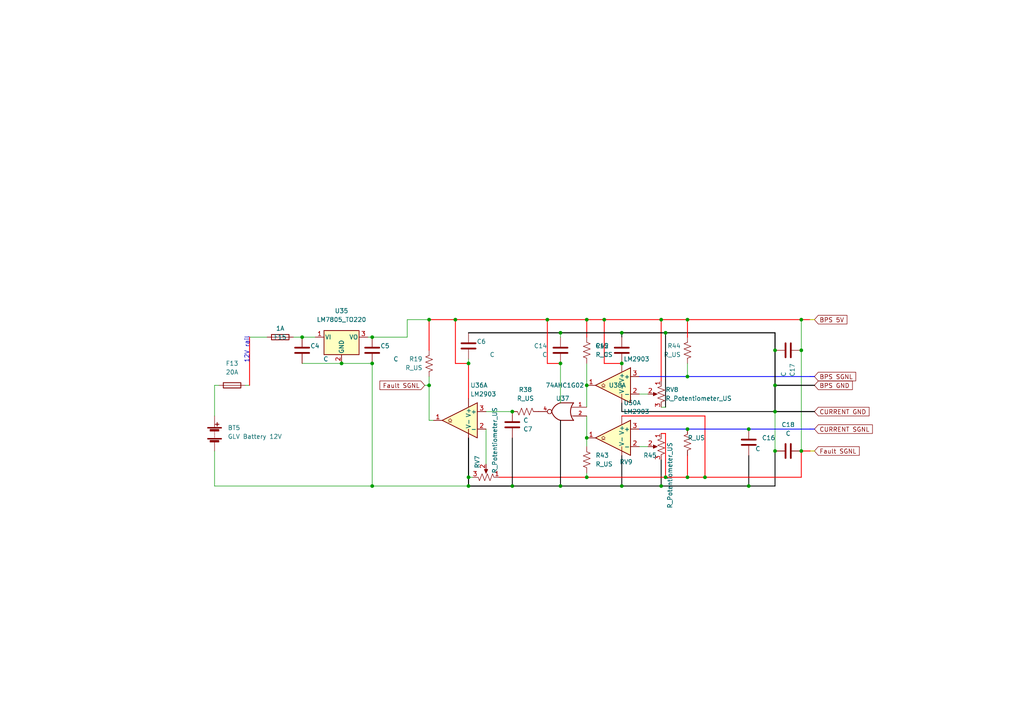
<source format=kicad_sch>
(kicad_sch (version 20211123) (generator eeschema)
  (paper "A4")
  (lib_symbols
    (symbol "74xGxx:74AHC1G02" (pin_names (offset 1.016))
      (property "Reference" "U" (at -2.54 3.81 0))
      (property "Value" "74AHC1G02" (at 0 -3.81 0))
      (symbol "74AHC1G02_0_1"
        (arc (start -3.81 -2.54) (mid -2.919 0) (end -3.81 2.54) (stroke (width 0.254)))
        (arc (start 0 -2.54) (mid 1.5993 -1.6027) (end 2.54 0) (stroke (width 0.254)))
        (polyline (pts (xy -3.81 -1.27) (xy -3.175 -1.27)))
        (polyline (pts (xy -3.81 1.27) (xy -3.175 1.27)))
        (polyline (pts (xy 0 -2.54) (xy -3.81 -2.54)) (stroke (width 0.254)) (fill (type background)))
        (polyline (pts (xy 0 2.54) (xy -3.81 2.54)) (stroke (width 0.254)) (fill (type background)))
        (arc (start 2.54 0) (mid 1.6119 1.6152) (end 0 2.54) (stroke (width 0.254)))
      )
      (symbol "74AHC1G02_1_1"
        (pin input line (at -7.62 1.27 0) (length 3.81) (name "~") (number "1"))
        (pin input line (at -7.62 -1.27 0) (length 3.81) (name "~") (number "2"))
        (pin power_in line (at 0 -2.54 270) (length 0) hide (name "GND") (number "3"))
        (pin output inverted (at 6.35 0 180) (length 3.81) (name "~") (number "4"))
        (pin power_in line (at 0 2.54 90) (length 0) hide (name "VCC") (number "5"))
      )
    )
    (symbol "Device:Battery" (pin_numbers hide) (pin_names (offset 0) hide)
      (property "Reference" "BT" (at 2.54 2.54 0))
      (property "Value" "Battery" (at 2.54 0 0))
      (symbol "Battery_0_1"
        (rectangle (start -2.032 -1.397) (end 2.032 -1.651) (fill (type outline)))
        (rectangle (start -2.032 1.778) (end 2.032 1.524) (fill (type outline)))
        (rectangle (start -1.3208 -1.9812) (end 1.27 -2.4892) (fill (type outline)))
        (rectangle (start -1.3208 1.1938) (end 1.27 0.6858) (fill (type outline)))
        (polyline (pts (xy 0 -1.524) (xy 0 -1.27)))
        (polyline (pts (xy 0 -1.016) (xy 0 -0.762)))
        (polyline (pts (xy 0 -0.508) (xy 0 -0.254)))
        (polyline (pts (xy 0 0) (xy 0 0.254)))
        (polyline (pts (xy 0 0.508) (xy 0 0.762)))
        (polyline (pts (xy 0 1.778) (xy 0 2.54)))
        (polyline (pts (xy 0.254 2.667) (xy 1.27 2.667)) (stroke (width 0.254)))
        (polyline (pts (xy 0.762 3.175) (xy 0.762 2.159)) (stroke (width 0.254)))
      )
      (symbol "Battery_1_1"
        (pin passive line (at 0 5.08 270) (length 2.54) (name "+") (number "1"))
        (pin passive line (at 0 -5.08 90) (length 2.54) (name "-") (number "2"))
      )
    )
    (symbol "Device:C" (pin_numbers hide) (pin_names (offset 0.254))
      (property "Reference" "C" (at 0.635 2.54 0))
      (property "Value" "C" (at 0.635 -2.54 0))
      (symbol "C_0_1"
        (polyline (pts (xy -2.032 -0.762) (xy 2.032 -0.762)) (stroke (width 0.508)))
        (polyline (pts (xy -2.032 0.762) (xy 2.032 0.762)) (stroke (width 0.508)))
      )
      (symbol "C_1_1"
        (pin passive line (at 0 3.81 270) (length 2.794) (name "~") (number "1"))
        (pin passive line (at 0 -3.81 90) (length 2.794) (name "~") (number "2"))
      )
    )
    (symbol "Device:Fuse" (pin_numbers hide) (pin_names (offset 0))
      (property "Reference" "F" (at 2.032 0 90))
      (property "Value" "Fuse" (at -1.905 0 90))
      (symbol "Fuse_0_1"
        (rectangle (start -0.762 -2.54) (end 0.762 2.54) (stroke (width 0.254)))
        (polyline (pts (xy 0 2.54) (xy 0 -2.54)))
      )
      (symbol "Fuse_1_1"
        (pin passive line (at 0 3.81 270) (length 1.27) (name "~") (number "1"))
        (pin passive line (at 0 -3.81 90) (length 1.27) (name "~") (number "2"))
      )
    )
    (symbol "Device:R_Potentiometer_US" (pin_names (offset 1.016) hide)
      (property "Reference" "RV" (at -4.445 0 90))
      (property "Value" "R_Potentiometer_US" (at -2.54 0 90))
      (symbol "R_Potentiometer_US_0_1"
        (polyline (pts (xy 0 -2.286) (xy 0 -2.54)))
        (polyline (pts (xy 0 2.54) (xy 0 2.286)))
        (polyline (pts (xy 2.54 0) (xy 1.524 0)))
        (polyline (pts (xy 1.143 0) (xy 2.286 0.508) (xy 2.286 -0.508) (xy 1.143 0)) (fill (type outline)))
        (polyline (pts (xy 0 -0.762) (xy 1.016 -1.143) (xy 0 -1.524) (xy -1.016 -1.905) (xy 0 -2.286)))
        (polyline (pts (xy 0 0.762) (xy 1.016 0.381) (xy 0 0) (xy -1.016 -0.381) (xy 0 -0.762)))
        (polyline (pts (xy 0 2.286) (xy 1.016 1.905) (xy 0 1.524) (xy -1.016 1.143) (xy 0 0.762)))
      )
      (symbol "R_Potentiometer_US_1_1"
        (pin passive line (at 0 3.81 270) (length 1.27) (name "1") (number "1"))
        (pin passive line (at 3.81 0 180) (length 1.27) (name "2") (number "2"))
        (pin passive line (at 0 -3.81 90) (length 1.27) (name "3") (number "3"))
      )
    )
    (symbol "Device:R_US" (pin_numbers hide) (pin_names (offset 0))
      (property "Reference" "R" (at 2.54 0 90))
      (property "Value" "R_US" (at -2.54 0 90))
      (symbol "R_US_0_1"
        (polyline (pts (xy 0 -2.286) (xy 0 -2.54)))
        (polyline (pts (xy 0 2.286) (xy 0 2.54)))
        (polyline (pts (xy 0 -0.762) (xy 1.016 -1.143) (xy 0 -1.524) (xy -1.016 -1.905) (xy 0 -2.286)))
        (polyline (pts (xy 0 0.762) (xy 1.016 0.381) (xy 0 0) (xy -1.016 -0.381) (xy 0 -0.762)))
        (polyline (pts (xy 0 2.286) (xy 1.016 1.905) (xy 0 1.524) (xy -1.016 1.143) (xy 0 0.762)))
      )
      (symbol "R_US_1_1"
        (pin passive line (at 0 3.81 270) (length 1.27) (name "~") (number "1"))
        (pin passive line (at 0 -3.81 90) (length 1.27) (name "~") (number "2"))
      )
    )
    (symbol "FSAE DMS-23 Components:LM2903" (pin_names (offset 0.127))
      (property "Reference" "U" (at 3.81 3.81 0))
      (property "Value" "LM2903" (at 6.35 -3.81 0))
      (symbol "LM2903_0_0"
        (text "" (at -2.54 -5.08 0) (effects (font (size 1.27 1.27))))
      )
      (symbol "LM2903_1_1"
        (polyline (pts (xy -5.08 5.08) (xy 5.08 0) (xy -5.08 -5.08) (xy -5.08 5.08)) (stroke (width 0.254)) (fill (type background)))
        (polyline (pts (xy 3.302 -0.508) (xy 2.794 -0.508) (xy 3.302 0) (xy 2.794 0.508) (xy 2.286 0) (xy 2.794 -0.508) (xy 2.286 -0.508)) (stroke (width 0.127)))
        (pin input line (at -2.54 6.35 270) (length 2.54) (name "V+") (number ""))
        (pin input line (at -2.54 -5.08 90) (length 2.54) (name "V-") (number ""))
        (pin open_collector line (at 7.62 0 180) (length 2.54) (name "~") (number "1"))
        (pin input line (at -7.62 -2.54 0) (length 2.54) (name "-") (number "2"))
        (pin input line (at -7.62 2.54 0) (length 2.54) (name "+") (number "3"))
      )
      (symbol "LM2903_2_1"
        (polyline (pts (xy -5.08 5.08) (xy 5.08 0) (xy -5.08 -5.08) (xy -5.08 5.08)) (stroke (width 0.254)) (fill (type background)))
        (polyline (pts (xy 3.302 -0.508) (xy 2.794 -0.508) (xy 3.302 0) (xy 2.794 0.508) (xy 2.286 0) (xy 2.794 -0.508) (xy 2.286 -0.508)) (stroke (width 0.127)))
        (pin input line (at -7.62 2.54 0) (length 2.54) (name "+") (number "5"))
        (pin input line (at -7.62 -2.54 0) (length 2.54) (name "-") (number "6"))
        (pin open_collector line (at 7.62 0 180) (length 2.54) (name "~") (number "7"))
      )
      (symbol "LM2903_3_1"
        (pin power_in line (at -2.54 -7.62 90) (length 3.81) (name "V-") (number "4"))
        (pin power_in line (at -2.54 7.62 270) (length 3.81) (name "V+") (number "8"))
      )
    )
    (symbol "Regulator_Linear:LM7805_TO220" (pin_names (offset 0.254))
      (property "Reference" "U" (at -3.81 3.175 0))
      (property "Value" "LM7805_TO220" (at 0 3.175 0))
      (symbol "LM7805_TO220_0_1"
        (rectangle (start -5.08 1.905) (end 5.08 -5.08) (stroke (width 0.254)) (fill (type background)))
      )
      (symbol "LM7805_TO220_1_1"
        (pin power_in line (at -7.62 0 0) (length 2.54) (name "VI") (number "1"))
        (pin power_in line (at 0 -7.62 90) (length 2.54) (name "GND") (number "2"))
        (pin power_out line (at 7.62 0 180) (length 2.54) (name "VO") (number "3"))
      )
    )
  )
  (junction (at 107.95 105.41))
  (junction (at 199.39 124.46))
  (junction (at 124.46 92.71))
  (junction (at 180.34 96.52))
  (junction (at 199.39 92.71))
  (junction (at 170.18 111.76))
  (junction (at 191.77 92.71))
  (junction (at 180.34 140.97))
  (junction (at 158.75 92.71))
  (junction (at 224.79 119.38))
  (junction (at 199.39 138.43))
  (junction (at 99.06 105.41))
  (junction (at 193.04 96.52))
  (junction (at 148.59 140.97))
  (junction (at 107.95 97.79))
  (junction (at 199.39 109.22))
  (junction (at 217.17 140.97))
  (junction (at 135.89 138.43))
  (junction (at 135.89 140.97))
  (junction (at 232.41 92.71))
  (junction (at 148.59 119.38))
  (junction (at 191.77 140.97))
  (junction (at 224.79 111.76))
  (junction (at 135.89 105.41))
  (junction (at 107.95 140.97))
  (junction (at 162.56 140.97))
  (junction (at 170.18 138.43))
  (junction (at 232.41 101.6))
  (junction (at 170.18 127))
  (junction (at 132.08 92.71))
  (junction (at 124.46 111.76))
  (junction (at 232.41 130.81))
  (junction (at 175.26 92.71))
  (junction (at 193.04 138.43))
  (junction (at 217.17 124.46))
  (junction (at 162.56 96.52))
  (junction (at 170.18 92.71))
  (junction (at 87.63 97.79))
  (junction (at 162.56 105.41))
  (junction (at 224.79 130.81))
  (junction (at 224.79 101.6))
  (junction (at 204.47 138.43))
  (junction (at 180.34 105.41))
  (wire (pts (xy 234.95 109.22) (xy 236.22 109.22)) (stroke (width 0.25) (color 0 0 255 1)))
  (wire (pts (xy 162.56 105.41) (xy 162.56 116.84)))
  (wire (pts (xy 234.95 92.71) (xy 236.22 92.71)) (stroke (width 0.25) (color 194 194 0 1)))
  (wire (pts (xy 158.75 92.71) (xy 170.18 92.71)) (stroke (width 0.25) (color 255 0 0 1)))
  (wire (pts (xy 162.56 121.92) (xy 162.56 140.97)) (stroke (width 0.25) (color 0 0 0 1)))
  (wire (pts (xy 224.79 96.52) (xy 224.79 101.6)) (stroke (width 0.3) (color 0 0 0 1)))
  (wire (pts (xy 191.77 92.71) (xy 199.39 92.71)) (stroke (width 0.25) (color 255 0 0 1)))
  (wire (pts (xy 72.39 97.79) (xy 72.39 111.76)) (stroke (width 0.25) (color 255 0 0 1)))
  (wire (pts (xy 135.89 138.43) (xy 135.89 140.97)) (stroke (width 0.3) (color 0 0 0 1)))
  (wire (pts (xy 124.46 92.71) (xy 132.08 92.71)) (stroke (width 0.25) (color 255 0 0 1)))
  (wire (pts (xy 135.89 105.41) (xy 135.89 115.57)) (stroke (width 0.25) (color 255 0 0 1)))
  (wire (pts (xy 87.63 105.41) (xy 99.06 105.41)))
  (wire (pts (xy 234.95 130.81) (xy 232.41 130.81)) (stroke (width 0.25) (color 255 0 0 1)))
  (wire (pts (xy 124.46 109.22) (xy 124.46 111.76)))
  (wire (pts (xy 135.89 105.41) (xy 135.89 104.14)))
  (wire (pts (xy 107.95 140.97) (xy 135.89 140.97)))
  (wire (pts (xy 148.59 140.97) (xy 162.56 140.97)) (stroke (width 0.25) (color 0 0 0 1)))
  (wire (pts (xy 180.34 105.41) (xy 175.26 105.41)) (stroke (width 0.25) (color 255 0 0 1)))
  (wire (pts (xy 135.89 138.43) (xy 137.16 138.43)))
  (wire (pts (xy 162.56 140.97) (xy 180.34 140.97)) (stroke (width 0.25) (color 0 0 0 1)))
  (wire (pts (xy 224.79 101.6) (xy 224.79 111.76)) (stroke (width 0.3) (color 0 0 0 1)))
  (wire (pts (xy 107.95 140.97) (xy 62.23 140.97)))
  (wire (pts (xy 170.18 137.16) (xy 170.18 138.43)))
  (wire (pts (xy 193.04 125.73) (xy 193.04 138.43)) (stroke (width 0.25) (color 255 0 0 1)))
  (wire (pts (xy 170.18 92.71) (xy 175.26 92.71)) (stroke (width 0.25) (color 255 0 0 1)))
  (wire (pts (xy 180.34 96.52) (xy 162.56 96.52)) (stroke (width 0.3) (color 0 0 0 1)))
  (wire (pts (xy 199.39 124.46) (xy 217.17 124.46)) (stroke (width 0.24) (color 0 0 255 1)))
  (wire (pts (xy 191.77 125.73) (xy 193.04 125.73)) (stroke (width 0.25) (color 255 0 0 1)))
  (wire (pts (xy 224.79 111.76) (xy 224.79 119.38)) (stroke (width 0.3) (color 0 0 0 1)))
  (wire (pts (xy 236.22 111.76) (xy 224.79 111.76)) (stroke (width 0.3) (color 0 0 0 1)))
  (wire (pts (xy 170.18 138.43) (xy 193.04 138.43)) (stroke (width 0.25) (color 255 0 0 1)))
  (wire (pts (xy 185.42 124.46) (xy 199.39 124.46)) (stroke (width 0.24) (color 0 0 255 1)))
  (wire (pts (xy 180.34 119.38) (xy 224.79 119.38)) (stroke (width 0.25) (color 0 0 0 1)))
  (wire (pts (xy 224.79 96.52) (xy 193.04 96.52)) (stroke (width 0.3) (color 0 0 0 1)))
  (wire (pts (xy 170.18 105.41) (xy 170.18 111.76)))
  (wire (pts (xy 175.26 105.41) (xy 175.26 92.71)) (stroke (width 0.25) (color 255 0 0 1)))
  (wire (pts (xy 180.34 132.08) (xy 180.34 140.97)) (stroke (width 0.25) (color 0 0 0 1)))
  (wire (pts (xy 199.39 132.08) (xy 199.39 138.43)) (stroke (width 0.25) (color 255 0 0 1)))
  (wire (pts (xy 170.18 111.76) (xy 170.18 118.11)))
  (wire (pts (xy 191.77 133.35) (xy 191.77 140.97)) (stroke (width 0.25) (color 0 0 0 1)))
  (wire (pts (xy 193.04 96.52) (xy 180.34 96.52)) (stroke (width 0.3) (color 0 0 0 1)))
  (wire (pts (xy 180.34 120.65) (xy 204.47 120.65)) (stroke (width 0.25) (color 255 0 0 1)))
  (wire (pts (xy 135.89 140.97) (xy 148.59 140.97)) (stroke (width 0.3) (color 0 0 0 1)))
  (wire (pts (xy 204.47 138.43) (xy 232.41 138.43)) (stroke (width 0.25) (color 255 0 0 1)))
  (wire (pts (xy 123.19 111.76) (xy 124.46 111.76)))
  (wire (pts (xy 118.11 92.71) (xy 124.46 92.71)))
  (wire (pts (xy 191.77 92.71) (xy 191.77 110.49)) (stroke (width 0.25) (color 255 0 0 1)))
  (wire (pts (xy 232.41 92.71) (xy 232.41 101.6)))
  (wire (pts (xy 193.04 138.43) (xy 199.39 138.43)) (stroke (width 0.25) (color 255 0 0 1)))
  (wire (pts (xy 234.95 124.46) (xy 236.22 124.46)) (stroke (width 0.25) (color 0 0 255 1)))
  (wire (pts (xy 71.12 111.76) (xy 72.39 111.76)))
  (wire (pts (xy 87.63 97.79) (xy 85.09 97.79)))
  (wire (pts (xy 107.95 105.41) (xy 107.95 140.97)))
  (wire (pts (xy 118.11 97.79) (xy 118.11 92.71)))
  (wire (pts (xy 106.68 97.79) (xy 107.95 97.79)))
  (wire (pts (xy 204.47 120.65) (xy 204.47 138.43)) (stroke (width 0.25) (color 255 0 0 1)))
  (wire (pts (xy 234.95 124.46) (xy 217.17 124.46)) (stroke (width 0.24) (color 0 0 255 1)))
  (wire (pts (xy 191.77 140.97) (xy 217.17 140.97)) (stroke (width 0.25) (color 0 0 0 1)))
  (wire (pts (xy 185.42 114.3) (xy 187.96 114.3)))
  (wire (pts (xy 217.17 132.08) (xy 217.17 140.97)) (stroke (width 0.25) (color 0 0 0 1)))
  (wire (pts (xy 236.22 119.38) (xy 224.79 119.38)) (stroke (width 0.3) (color 0 0 0 1)))
  (wire (pts (xy 232.41 130.81) (xy 232.41 138.43)) (stroke (width 0.25) (color 255 0 0 1)))
  (wire (pts (xy 180.34 140.97) (xy 191.77 140.97)) (stroke (width 0.25) (color 0 0 0 1)))
  (wire (pts (xy 180.34 96.52) (xy 180.34 97.79)) (stroke (width 0.25) (color 0 0 0 1)))
  (wire (pts (xy 132.08 105.41) (xy 132.08 92.71)) (stroke (width 0.25) (color 255 0 0 1)))
  (wire (pts (xy 185.42 109.22) (xy 199.39 109.22)) (stroke (width 0.24) (color 0 0 255 1)))
  (wire (pts (xy 199.39 109.22) (xy 234.95 109.22)) (stroke (width 0.24) (color 0 0 255 1)))
  (wire (pts (xy 148.59 127) (xy 148.59 140.97)) (stroke (width 0.25) (color 0 0 0 1)))
  (wire (pts (xy 87.63 97.79) (xy 91.44 97.79)))
  (wire (pts (xy 217.17 140.97) (xy 224.79 140.97)) (stroke (width 0.25) (color 0 0 0 1)))
  (wire (pts (xy 199.39 138.43) (xy 204.47 138.43)) (stroke (width 0.25) (color 255 0 0 1)))
  (wire (pts (xy 199.39 92.71) (xy 232.41 92.71)) (stroke (width 0.25) (color 255 0 0 1)))
  (wire (pts (xy 224.79 119.38) (xy 224.79 130.81)))
  (wire (pts (xy 158.75 105.41) (xy 158.75 92.71)) (stroke (width 0.25) (color 255 0 0 1)))
  (wire (pts (xy 124.46 121.92) (xy 125.73 121.92)))
  (wire (pts (xy 199.39 105.41) (xy 199.39 109.22)))
  (wire (pts (xy 124.46 111.76) (xy 124.46 121.92)))
  (wire (pts (xy 132.08 92.71) (xy 158.75 92.71)) (stroke (width 0.25) (color 255 0 0 1)))
  (wire (pts (xy 191.77 118.11) (xy 193.04 118.11)))
  (wire (pts (xy 140.97 119.38) (xy 148.59 119.38)))
  (wire (pts (xy 175.26 92.71) (xy 191.77 92.71)) (stroke (width 0.25) (color 255 0 0 1)))
  (wire (pts (xy 232.41 101.6) (xy 232.41 130.81)))
  (wire (pts (xy 170.18 127) (xy 170.18 129.54)))
  (wire (pts (xy 62.23 120.65) (xy 62.23 111.76)))
  (wire (pts (xy 77.47 97.79) (xy 72.39 97.79)))
  (wire (pts (xy 170.18 138.43) (xy 144.78 138.43)) (stroke (width 0.25) (color 255 0 0 1)))
  (wire (pts (xy 185.42 129.54) (xy 187.96 129.54)))
  (wire (pts (xy 232.41 92.71) (xy 234.95 92.71)) (stroke (width 0.25) (color 255 0 0 1)))
  (wire (pts (xy 62.23 111.76) (xy 63.5 111.76)))
  (wire (pts (xy 99.06 105.41) (xy 107.95 105.41)))
  (wire (pts (xy 170.18 120.65) (xy 170.18 127)))
  (wire (pts (xy 162.56 96.52) (xy 135.89 96.52)) (stroke (width 0.3) (color 0 0 0 1)))
  (wire (pts (xy 124.46 101.6) (xy 124.46 92.71)) (stroke (width 0.25) (color 255 0 0 1)))
  (wire (pts (xy 224.79 130.81) (xy 224.79 140.97)) (stroke (width 0.25) (color 0 0 0 1)))
  (wire (pts (xy 140.97 124.46) (xy 140.97 134.62)))
  (wire (pts (xy 162.56 105.41) (xy 158.75 105.41)) (stroke (width 0.25) (color 255 0 0 1)))
  (wire (pts (xy 234.95 130.81) (xy 236.22 130.81)) (stroke (width 0.25) (color 194 194 0 1)))
  (wire (pts (xy 199.39 92.71) (xy 199.39 97.79)) (stroke (width 0.25) (color 255 0 0 1)))
  (wire (pts (xy 180.34 116.84) (xy 180.34 119.38)) (stroke (width 0.25) (color 0 0 0 1)))
  (wire (pts (xy 62.23 140.97) (xy 62.23 130.81)))
  (wire (pts (xy 170.18 92.71) (xy 170.18 97.79)) (stroke (width 0.25) (color 255 0 0 1)))
  (wire (pts (xy 135.89 105.41) (xy 132.08 105.41)) (stroke (width 0.25) (color 255 0 0 1)))
  (wire (pts (xy 135.89 127) (xy 135.89 138.43)) (stroke (width 0.3) (color 0 0 0 1)))
  (wire (pts (xy 162.56 96.52) (xy 162.56 97.79)))
  (wire (pts (xy 193.04 118.11) (xy 193.04 96.52)) (stroke (width 0.25) (color 0 0 0 1)))
  (wire (pts (xy 107.95 97.79) (xy 118.11 97.79)))
  (text "12V rail" (at 72.39 105.41 90) (effects (font (size 1.27 1.27)) (justify left bottom)))
  (global_label "BPS SGNL" (shape input) (at 236.22 109.22 0) (property "Intersheet References" "${INTERSHEET_REFS}" (effects hide)))
  (global_label "CURRENT GND" (shape input) (at 236.22 119.38 0) (property "Intersheet References" "${INTERSHEET_REFS}" (effects hide)))
  (global_label "BPS 5V" (shape input) (at 236.22 92.71 0) (property "Intersheet References" "${INTERSHEET_REFS}" (effects hide)))
  (global_label "BPS GND" (shape input) (at 236.22 111.76 0) (property "Intersheet References" "${INTERSHEET_REFS}" (effects hide)))
  (global_label "Fault SGNL" (shape input) (at 123.19 111.76 180) (property "Intersheet References" "${INTERSHEET_REFS}" (effects hide)))
  (global_label "CURRENT SGNL" (shape input) (at 236.22 124.46 0) (property "Intersheet References" "${INTERSHEET_REFS}" (effects hide)))
  (global_label "Fault SGNL" (shape input) (at 236.22 130.81 0) (property "Intersheet References" "${INTERSHEET_REFS}" (effects hide)))
  (symbol (lib_id "Device:R_Potentiometer_US") (at 140.97 138.43 270) (mirror x) (unit 1)
    (property "Reference" "RV7" (at 138.43 132.08 0) (effects (justify right)))
    (property "Value" "R_Potentiometer_US" (at 143.51 118.11 0) (effects (justify right)))
    (property "Footprint" "New_BSPD:3296W-1-332LF (3.3k ohm potentiometer)" (effects hide))
  )
  (symbol (lib_id "Device:R_Potentiometer_US") (at 191.77 129.54 0) (mirror y) (unit 1)
    (property "Reference" "RV9" (at 179.705 133.985 0) (effects (justify right)))
    (property "Value" "R_Potentiometer_US" (at 194.31 128.27 90) (effects (justify right)))
    (property "Footprint" "New_BSPD:3296W-1-332LF (3.3k ohm potentiometer)" (effects hide))
  )
  (symbol (lib_id "Device:C") (at 217.17 128.27 0) (unit 1)
    (property "Reference" "C16" (at 220.98 126.9999 0) (effects (justify left)))
    (property "Value" "C" (at 219.075 130.175 0) (effects (justify left)))
    (property "Footprint" "Capacitor_THT:C_Rect_L7.0mm_W3.5mm_P5.00mm" (effects hide))
  )
  (symbol (lib_id "Device:C") (at 228.6 130.81 270) (mirror x) (unit 1)
    (property "Reference" "C18" (at 228.6 123.19 90))
    (property "Value" "C" (at 228.6 125.73 90))
    (property "Footprint" "Capacitor_THT:C_Rect_L7.0mm_W3.5mm_P5.00mm" (effects hide))
  )
  (symbol (lib_id "FSAE DMS-23 Components:LM2903") (at 177.8 127 0) (mirror y) (unit 1)
    (property "Reference" "U50" (at 180.8606 116.84 0) (effects (justify right)))
    (property "Value" "LM2903" (at 180.8606 119.38 0) (effects (justify right)))
    (property "Datasheet" "http://www.ti.com/lit/ds/symlink/lm393.pdf" (effects hide))
  )
  (symbol (lib_id "Device:R_US") (at 199.39 101.6 0) (mirror y) (unit 1)
    (property "Reference" "R44" (at 197.485 100.3299 0) (effects (justify left)))
    (property "Value" "R_US" (at 197.485 102.8699 0) (effects (justify left)))
    (property "Footprint" "Resistor_THT:R_Axial_DIN0204_L3.6mm_D1.6mm_P5.08mm_Horizontal" (effects hide))
  )
  (symbol (lib_id "Regulator_Linear:LM7805_TO220") (at 99.06 97.79 0) (unit 1)
    (property "Reference" "U35" (at 99.06 90.17 0))
    (property "Value" "LM7805_TO220" (at 99.06 92.71 0))
    (property "Footprint" "Package_TO_SOT_THT:TO-220-3_Vertical" (effects hide))
    (property "Datasheet" "https://www.onsemi.cn/PowerSolutions/document/MC7800-D.PDF" (effects hide))
  )
  (symbol (lib_id "Device:Fuse") (at 67.31 111.76 270) (unit 1)
    (property "Reference" "F13" (at 67.31 105.41 90))
    (property "Value" "20A" (at 67.31 107.95 90))
    (property "Footprint" "FSAE_downloads:Fuse holder 17867640001" (effects hide))
  )
  (symbol (lib_id "Device:C") (at 107.95 101.6 0) (mirror y) (unit 1)
    (property "Reference" "C5" (at 113.03 100.33 0) (effects (justify left)))
    (property "Value" "C" (at 115.57 104.14 0) (effects (justify left)))
    (property "Footprint" "Capacitor_THT:C_Rect_L7.0mm_W3.5mm_P5.00mm" (effects hide))
  )
  (symbol (lib_id "Device:R_US") (at 199.39 128.27 0) (mirror y) (unit 1)
    (property "Reference" "R45" (at 190.5 132.08 0) (effects (justify left)))
    (property "Value" "R_US" (at 204.47 127 0) (effects (justify left)))
    (property "Footprint" "Resistor_THT:R_Axial_DIN0204_L3.6mm_D1.6mm_P5.08mm_Horizontal" (effects hide))
  )
  (symbol (lib_id "Device:R_US") (at 170.18 101.6 0) (unit 1)
    (property "Reference" "R42" (at 172.72 100.3299 0) (effects (justify left)))
    (property "Value" "R_US" (at 172.72 102.8699 0) (effects (justify left)))
    (property "Footprint" "Resistor_THT:R_Axial_DIN0204_L3.6mm_D1.6mm_P5.08mm_Horizontal" (effects hide))
  )
  (symbol (lib_id "FSAE DMS-23 Components:LM2903") (at 133.35 121.92 0) (mirror y) (unit 1)
    (property "Reference" "U36" (at 136.4106 111.76 0) (effects (justify right)))
    (property "Value" "LM2903" (at 136.4106 114.3 0) (effects (justify right)))
    (property "Datasheet" "http://www.ti.com/lit/ds/symlink/lm393.pdf" (effects hide))
  )
  (symbol (lib_id "Device:C") (at 180.34 101.6 0) (mirror y) (unit 1)
    (property "Reference" "C15" (at 176.53 100.3299 0) (effects (justify left)))
    (property "Value" "C" (at 176.53 102.8699 0) (effects (justify left)))
    (property "Footprint" "Capacitor_THT:C_Rect_L7.0mm_W3.5mm_P5.00mm" (effects hide))
  )
  (symbol (lib_id "Device:C") (at 87.63 101.6 0) (mirror y) (unit 1)
    (property "Reference" "C4" (at 92.71 100.33 0) (effects (justify left)))
    (property "Value" "C" (at 95.25 104.14 0) (effects (justify left)))
    (property "Footprint" "Capacitor_THT:C_Rect_L7.0mm_W3.5mm_P5.00mm" (effects hide))
  )
  (symbol (lib_id "Device:R_US") (at 170.18 133.35 0) (unit 1)
    (property "Reference" "R43" (at 172.72 132.0799 0) (effects (justify left)))
    (property "Value" "R_US" (at 172.72 134.6199 0) (effects (justify left)))
    (property "Footprint" "Resistor_THT:R_Axial_DIN0204_L3.6mm_D1.6mm_P5.08mm_Horizontal" (effects hide))
  )
  (symbol (lib_id "Device:R_US") (at 124.46 105.41 0) (mirror y) (unit 1)
    (property "Reference" "R19" (at 122.555 104.1399 0) (effects (justify left)))
    (property "Value" "R_US" (at 122.555 106.6799 0) (effects (justify left)))
    (property "Footprint" "Resistor_THT:R_Axial_DIN0204_L3.6mm_D1.6mm_P5.08mm_Horizontal" (effects hide))
  )
  (symbol (lib_id "Device:C") (at 148.59 123.19 0) (mirror x) (unit 1)
    (property "Reference" "C7" (at 151.765 124.4601 0) (effects (justify left)))
    (property "Value" "C" (at 151.765 121.9201 0) (effects (justify left)))
    (property "Footprint" "Capacitor_THT:C_Rect_L7.5mm_W6.5mm_P5.00mm" (effects hide))
  )
  (symbol (lib_id "Device:Battery") (at 62.23 125.73 0) (unit 1)
    (property "Reference" "BT5" (at 66.04 124.0789 0) (effects (justify left)))
    (property "Value" "GLV Battery 12V" (at 66.04 126.6189 0) (effects (justify left)))
  )
  (symbol (lib_id "Device:C") (at 162.56 101.6 0) (mirror y) (unit 1)
    (property "Reference" "C14" (at 158.75 100.3299 0) (effects (justify left)))
    (property "Value" "C" (at 158.75 102.8699 0) (effects (justify left)))
    (property "Footprint" "Capacitor_THT:C_Rect_L7.0mm_W3.5mm_P5.00mm" (effects hide))
  )
  (symbol (lib_id "Device:C") (at 135.89 100.33 0) (mirror y) (unit 1)
    (property "Reference" "C6" (at 140.97 99.06 0) (effects (justify left)))
    (property "Value" "C" (at 143.51 102.87 0) (effects (justify left)))
    (property "Footprint" "Capacitor_THT:C_Rect_L7.0mm_W3.5mm_P5.00mm" (effects hide))
  )
  (symbol (lib_id "74xGxx:74AHC1G02") (at 162.56 119.38 0) (mirror y) (unit 1)
    (property "Reference" "U37" (at 163.195 115.57 0))
    (property "Value" "74AHC1G02" (at 163.83 111.76 0))
    (property "Footprint" "New_BSPD:74AHC1G02W5-7" (effects hide))
    (property "Datasheet" "http://www.ti.com/lit/sg/scyt129e/scyt129e.pdf" (effects hide))
  )
  (symbol (lib_id "Device:C") (at 228.6 101.6 270) (mirror x) (unit 1)
    (property "Reference" "C17" (at 229.8192 109.2708 0) (effects (justify left)))
    (property "Value" "C" (at 227.2792 109.2708 0) (effects (justify left)))
    (property "Footprint" "Capacitor_THT:C_Rect_L7.0mm_W3.5mm_P5.00mm" (effects hide))
  )
  (symbol (lib_id "Device:R_US") (at 152.4 119.38 270) (mirror x) (unit 1)
    (property "Reference" "R38" (at 152.4 113.03 90))
    (property "Value" "R_US" (at 152.4 115.57 90))
    (property "Footprint" "Resistor_THT:R_Axial_DIN0204_L3.6mm_D1.6mm_P5.08mm_Horizontal" (effects hide))
  )
  (symbol (lib_id "Device:Fuse") (at 81.28 97.79 270) (unit 1)
    (property "Reference" "F15" (at 81.28 97.79 90))
    (property "Value" "1A" (at 81.28 95.25 90))
    (property "Footprint" "FSAE_downloads:Fuse holder 17867640001" (effects hide))
  )
  (symbol (lib_id "Device:R_Potentiometer_US") (at 191.77 114.3 0) (mirror y) (unit 1)
    (property "Reference" "RV8" (at 193.04 113.03 0) (effects (justify right)))
    (property "Value" "R_Potentiometer_US" (at 193.04 115.57 0) (effects (justify right)))
    (property "Footprint" "New_BSPD:3296W-1-332LF (3.3k ohm potentiometer)" (effects hide))
  )
  (symbol (lib_id "FSAE DMS-23 Components:LM2903") (at 177.8 111.76 0) (mirror y) (unit 1)
    (property "Reference" "U38" (at 176.53 111.76 0) (effects (justify right)))
    (property "Value" "LM2903" (at 180.8606 104.14 0) (effects (justify right)))
    (property "Datasheet" "http://www.ti.com/lit/ds/symlink/lm393.pdf" (effects hide))
  )
)
</source>
